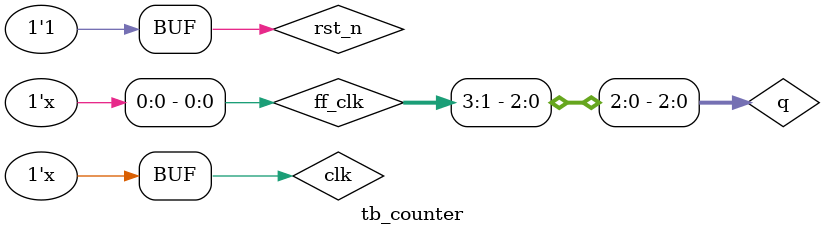
<source format=sv>
`timescale 1ns / 1ps


module tb_counter();

	logic clk;
	logic rst_n;

	logic [3:0] q;
	wire  [3:0] ff_clk;


	initial begin
		clk = 0;
		rst_n = 1;
		q = 4'b0;

		#50
		rst_n = 0;

		#50
		rst_n = 1;
	end


	always begin
		#5
		clk = ~clk;
	end


	generate 
		for (genvar i = 0; i < 4; i++) begin

			if (i == 0)
				assign ff_clk[i] = clk;
			else
				assign ff_clk[i] = q[i-1];

			always @ (posedge ff_clk[i]) begin
				q[i] <= ~q[i];
			end
		end

	endgenerate


endmodule

</source>
